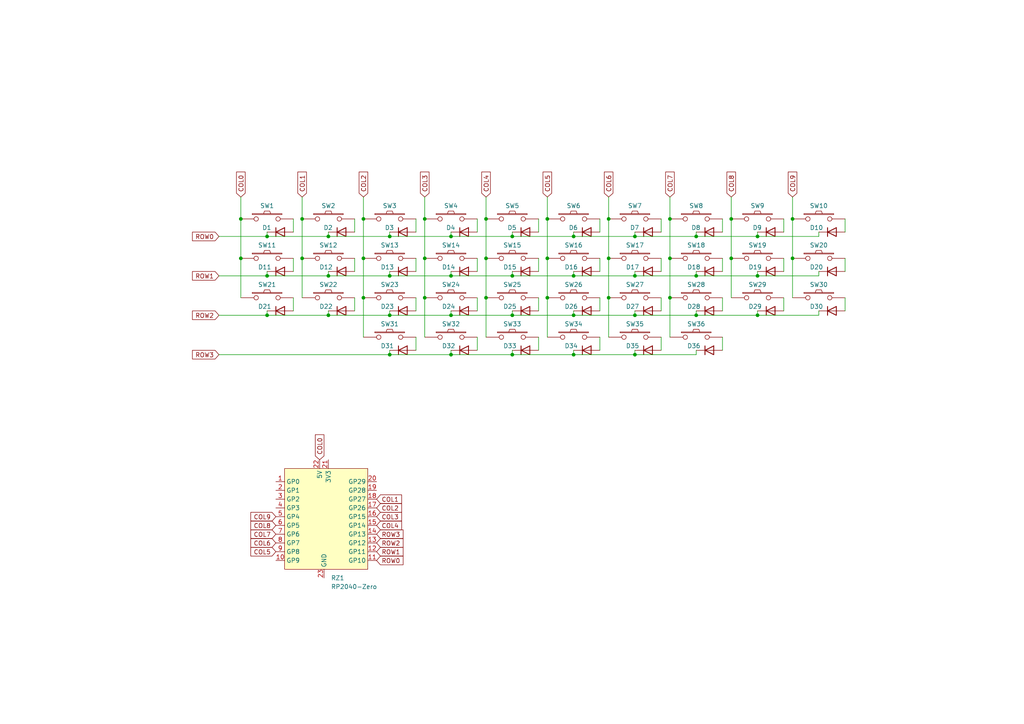
<source format=kicad_sch>
(kicad_sch (version 20211123) (generator eeschema)
  (paper "A4")
  (title_block (title "Amarilis Keyboard") (date "2023-03-17") (rev "1.0") (company "@tangzero"))
  (lib_symbols
    (symbol "Diode:1N4148" (pin_numbers hide) (pin_names hide)
      (property "Reference" "D" (at 0 2.54 0))
      (property "Value" "1N4148" (at 0 -2.54 0))
      (symbol "1N4148_0_1"
        (polyline (pts (xy -1.27 1.27) (xy -1.27 -1.27)) (stroke (width 0.254)))
        (polyline (pts (xy 1.27 0) (xy -1.27 0)))
        (polyline (pts (xy 1.27 1.27) (xy 1.27 -1.27) (xy -1.27 0) (xy 1.27 1.27)) (stroke (width 0.254)))
      )
      (symbol "1N4148_1_1"
        (pin passive line (at -3.81 0 0) (length 2.54) (name "K") (number "1"))
        (pin passive line (at 3.81 0 180) (length 2.54) (name "A") (number "2"))
      )
    )
    (symbol "kbd:SW_PUSH" (pin_numbers hide) (pin_names (offset 1.016) hide)
      (property "Reference" "SW" (at 3.81 2.794 0))
      (property "Value" "SW_PUSH" (at 0 -2.032 0))
      (symbol "SW_PUSH_0_1"
        (rectangle (start -4.318 1.27) (end 4.318 1.524))
        (polyline (pts (xy -1.016 1.524) (xy -0.762 2.286) (xy 0.762 2.286) (xy 1.016 1.524)))
        (pin passive inverted (at -7.62 0 0) (length 5.08) (name "1") (number "1"))
        (pin passive inverted (at 7.62 0 180) (length 5.08) (name "2") (number "2"))
      )
    )
    (symbol "rp2040-zero:RP2040-Zero"
      (property "Reference" "RZ" (at 0 0 0))
      (property "Value" "RP2040-Zero" (at 0 -2.54 0))
      (property "Footprint" "RP2040-Zero:RP2040-Zero" (at 0 0 0))
      (symbol "RP2040-Zero_0_1"
        (rectangle (start -11.43 -15.24) (end 12.7 13.97) (fill (type background)))
      )
      (symbol "RP2040-Zero_1_1"
        (pin bidirectional line (at -13.97 10.16 0) (length 2.54) (name "GP0") (number "1"))
        (pin bidirectional line (at -13.97 -12.7 0) (length 2.54) (name "GP9") (number "10"))
        (pin bidirectional line (at 15.24 -12.7 180) (length 2.54) (name "GP10") (number "11"))
        (pin bidirectional line (at 15.24 -10.16 180) (length 2.54) (name "GP11") (number "12"))
        (pin bidirectional line (at 15.24 -7.62 180) (length 2.54) (name "GP12") (number "13"))
        (pin bidirectional line (at 15.24 -5.08 180) (length 2.54) (name "GP13") (number "14"))
        (pin bidirectional line (at 15.24 -2.54 180) (length 2.54) (name "GP14") (number "15"))
        (pin bidirectional line (at 15.24 0 180) (length 2.54) (name "GP15") (number "16"))
        (pin bidirectional line (at 15.24 2.54 180) (length 2.54) (name "GP26") (number "17"))
        (pin bidirectional line (at 15.24 5.08 180) (length 2.54) (name "GP27") (number "18"))
        (pin bidirectional line (at 15.24 7.62 180) (length 2.54) (name "GP28") (number "19"))
        (pin bidirectional line (at -13.97 7.62 0) (length 2.54) (name "GP1") (number "2"))
        (pin bidirectional line (at 15.24 10.16 180) (length 2.54) (name "GP29") (number "20"))
        (pin power_in line (at 1.27 16.51 270) (length 2.54) (name "3V3") (number "21"))
        (pin power_in line (at -1.27 16.51 270) (length 2.54) (name "5V") (number "22"))
        (pin power_in line (at 0 -17.78 90) (length 2.54) (name "GND") (number "23"))
        (pin bidirectional line (at -13.97 5.08 0) (length 2.54) (name "GP2") (number "3"))
        (pin bidirectional line (at -13.97 2.54 0) (length 2.54) (name "GP3") (number "4"))
        (pin bidirectional line (at -13.97 0 0) (length 2.54) (name "GP4") (number "5"))
        (pin bidirectional line (at -13.97 -2.54 0) (length 2.54) (name "GP5") (number "6"))
        (pin bidirectional line (at -13.97 -5.08 0) (length 2.54) (name "GP6") (number "7"))
        (pin bidirectional line (at -13.97 -7.62 0) (length 2.54) (name "GP7") (number "8"))
        (pin bidirectional line (at -13.97 -10.16 0) (length 2.54) (name "GP8") (number "9"))
      )
    )
  )
  (junction (at 184.15 68.58))
  (junction (at 130.81 102.87))
  (junction (at 77.47 91.44))
  (junction (at 201.93 80.01))
  (junction (at 148.59 80.01))
  (junction (at 140.97 63.5))
  (junction (at 229.87 63.5))
  (junction (at 184.15 91.44))
  (junction (at 184.15 80.01))
  (junction (at 194.31 86.36))
  (junction (at 105.41 74.93))
  (junction (at 176.53 63.5))
  (junction (at 194.31 74.93))
  (junction (at 212.09 63.5))
  (junction (at 113.03 91.44))
  (junction (at 87.63 63.5))
  (junction (at 140.97 86.36))
  (junction (at 77.47 68.58))
  (junction (at 148.59 102.87))
  (junction (at 148.59 68.58))
  (junction (at 95.25 91.44))
  (junction (at 166.37 102.87))
  (junction (at 201.93 91.44))
  (junction (at 219.71 80.01))
  (junction (at 105.41 86.36))
  (junction (at 95.25 80.01))
  (junction (at 158.75 86.36))
  (junction (at 113.03 80.01))
  (junction (at 130.81 80.01))
  (junction (at 176.53 74.93))
  (junction (at 123.19 86.36))
  (junction (at 158.75 63.5))
  (junction (at 166.37 68.58))
  (junction (at 229.87 74.93))
  (junction (at 148.59 91.44))
  (junction (at 158.75 74.93))
  (junction (at 212.09 74.93))
  (junction (at 184.15 102.87))
  (junction (at 69.85 63.5))
  (junction (at 69.85 74.93))
  (junction (at 113.03 102.87))
  (junction (at 105.41 63.5))
  (junction (at 166.37 91.44))
  (junction (at 194.31 63.5))
  (junction (at 130.81 91.44))
  (junction (at 219.71 68.58))
  (junction (at 95.25 68.58))
  (junction (at 140.97 74.93))
  (junction (at 123.19 74.93))
  (junction (at 219.71 91.44))
  (junction (at 130.81 68.58))
  (junction (at 166.37 80.01))
  (junction (at 87.63 74.93))
  (junction (at 113.03 68.58))
  (junction (at 77.47 80.01))
  (junction (at 176.53 86.36))
  (junction (at 123.19 63.5))
  (junction (at 201.93 68.58))
  (wire (pts (xy 77.47 68.58) (xy 77.47 67.31)))
  (wire (pts (xy 130.81 67.31) (xy 130.81 68.58)))
  (wire (pts (xy 166.37 90.17) (xy 166.37 91.44)))
  (wire (pts (xy 105.41 74.93) (xy 105.41 86.36)))
  (wire (pts (xy 245.11 63.5) (xy 245.11 67.31)))
  (wire (pts (xy 245.11 86.36) (xy 245.11 90.17)))
  (wire (pts (xy 87.63 74.93) (xy 87.63 86.36)))
  (wire (pts (xy 194.31 63.5) (xy 194.31 74.93)))
  (wire (pts (xy 138.43 63.5) (xy 138.43 67.31)))
  (wire (pts (xy 130.81 102.87) (xy 148.59 102.87)))
  (wire (pts (xy 191.77 86.36) (xy 191.77 90.17)))
  (wire (pts (xy 191.77 63.5) (xy 191.77 67.31)))
  (wire (pts (xy 120.65 86.36) (xy 120.65 90.17)))
  (wire (pts (xy 227.33 74.93) (xy 227.33 78.74)))
  (wire (pts (xy 120.65 63.5) (xy 120.65 67.31)))
  (wire (pts (xy 148.59 78.74) (xy 148.59 80.01)))
  (wire (pts (xy 166.37 91.44) (xy 184.15 91.44)))
  (wire (pts (xy 237.49 91.44) (xy 237.49 90.17)))
  (wire (pts (xy 156.21 63.5) (xy 156.21 67.31)))
  (wire (pts (xy 212.09 74.93) (xy 212.09 86.36)))
  (wire (pts (xy 166.37 68.58) (xy 148.59 68.58)))
  (wire (pts (xy 95.25 90.17) (xy 95.25 91.44)))
  (wire (pts (xy 113.03 90.17) (xy 113.03 91.44)))
  (wire (pts (xy 77.47 91.44) (xy 95.25 91.44)))
  (wire (pts (xy 130.81 68.58) (xy 113.03 68.58)))
  (wire (pts (xy 176.53 57.15) (xy 176.53 63.5)))
  (wire (pts (xy 158.75 57.15) (xy 158.75 63.5)))
  (wire (pts (xy 219.71 80.01) (xy 201.93 80.01)))
  (wire (pts (xy 113.03 101.6) (xy 113.03 102.87)))
  (wire (pts (xy 140.97 86.36) (xy 140.97 97.79)))
  (wire (pts (xy 184.15 78.74) (xy 184.15 80.01)))
  (wire (pts (xy 120.65 74.93) (xy 120.65 78.74)))
  (wire (pts (xy 148.59 91.44) (xy 166.37 91.44)))
  (wire (pts (xy 209.55 63.5) (xy 209.55 67.31)))
  (wire (pts (xy 138.43 97.79) (xy 138.43 101.6)))
  (wire (pts (xy 194.31 57.15) (xy 194.31 63.5)))
  (wire (pts (xy 201.93 68.58) (xy 184.15 68.58)))
  (wire (pts (xy 85.09 63.5) (xy 85.09 67.31)))
  (wire (pts (xy 166.37 78.74) (xy 166.37 80.01)))
  (wire (pts (xy 156.21 74.93) (xy 156.21 78.74)))
  (wire (pts (xy 191.77 74.93) (xy 191.77 78.74)))
  (wire (pts (xy 63.5 91.44) (xy 77.47 91.44)))
  (wire (pts (xy 219.71 68.58) (xy 201.93 68.58)))
  (wire (pts (xy 245.11 74.93) (xy 245.11 78.74)))
  (wire (pts (xy 184.15 91.44) (xy 201.93 91.44)))
  (wire (pts (xy 95.25 78.74) (xy 95.25 80.01)))
  (wire (pts (xy 102.87 86.36) (xy 102.87 90.17)))
  (wire (pts (xy 77.47 80.01) (xy 63.5 80.01)))
  (wire (pts (xy 69.85 57.15) (xy 69.85 63.5)))
  (wire (pts (xy 69.85 74.93) (xy 69.85 63.5)))
  (wire (pts (xy 158.75 63.5) (xy 158.75 74.93)))
  (wire (pts (xy 212.09 57.15) (xy 212.09 63.5)))
  (wire (pts (xy 140.97 74.93) (xy 140.97 86.36)))
  (wire (pts (xy 113.03 91.44) (xy 130.81 91.44)))
  (wire (pts (xy 113.03 67.31) (xy 113.03 68.58)))
  (wire (pts (xy 140.97 63.5) (xy 140.97 74.93)))
  (wire (pts (xy 176.53 63.5) (xy 176.53 74.93)))
  (wire (pts (xy 63.5 102.87) (xy 113.03 102.87)))
  (wire (pts (xy 138.43 86.36) (xy 138.43 90.17)))
  (wire (pts (xy 102.87 63.5) (xy 102.87 67.31)))
  (wire (pts (xy 201.93 80.01) (xy 184.15 80.01)))
  (wire (pts (xy 219.71 67.31) (xy 219.71 68.58)))
  (wire (pts (xy 194.31 86.36) (xy 194.31 97.79)))
  (wire (pts (xy 113.03 68.58) (xy 95.25 68.58)))
  (wire (pts (xy 173.99 63.5) (xy 173.99 67.31)))
  (wire (pts (xy 156.21 86.36) (xy 156.21 90.17)))
  (wire (pts (xy 113.03 102.87) (xy 130.81 102.87)))
  (wire (pts (xy 212.09 63.5) (xy 212.09 74.93)))
  (wire (pts (xy 209.55 74.93) (xy 209.55 78.74)))
  (wire (pts (xy 194.31 74.93) (xy 194.31 86.36)))
  (wire (pts (xy 166.37 102.87) (xy 184.15 102.87)))
  (wire (pts (xy 85.09 74.93) (xy 85.09 78.74)))
  (wire (pts (xy 166.37 80.01) (xy 148.59 80.01)))
  (wire (pts (xy 138.43 74.93) (xy 138.43 78.74)))
  (wire (pts (xy 176.53 86.36) (xy 176.53 97.79)))
  (wire (pts (xy 176.53 74.93) (xy 176.53 86.36)))
  (wire (pts (xy 191.77 97.79) (xy 191.77 101.6)))
  (wire (pts (xy 229.87 57.15) (xy 229.87 63.5)))
  (wire (pts (xy 219.71 78.74) (xy 219.71 80.01)))
  (wire (pts (xy 237.49 78.74) (xy 237.49 80.01)))
  (wire (pts (xy 166.37 67.31) (xy 166.37 68.58)))
  (wire (pts (xy 113.03 80.01) (xy 95.25 80.01)))
  (wire (pts (xy 201.93 102.87) (xy 201.93 101.6)))
  (wire (pts (xy 77.47 68.58) (xy 95.25 68.58)))
  (wire (pts (xy 105.41 57.15) (xy 105.41 63.5)))
  (wire (pts (xy 156.21 97.79) (xy 156.21 101.6)))
  (wire (pts (xy 184.15 68.58) (xy 166.37 68.58)))
  (wire (pts (xy 166.37 101.6) (xy 166.37 102.87)))
  (wire (pts (xy 148.59 90.17) (xy 148.59 91.44)))
  (wire (pts (xy 201.93 78.74) (xy 201.93 80.01)))
  (wire (pts (xy 77.47 78.74) (xy 77.47 80.01)))
  (wire (pts (xy 148.59 67.31) (xy 148.59 68.58)))
  (wire (pts (xy 105.41 63.5) (xy 105.41 74.93)))
  (wire (pts (xy 184.15 102.87) (xy 201.93 102.87)))
  (wire (pts (xy 148.59 101.6) (xy 148.59 102.87)))
  (wire (pts (xy 227.33 63.5) (xy 227.33 67.31)))
  (wire (pts (xy 148.59 80.01) (xy 130.81 80.01)))
  (wire (pts (xy 227.33 86.36) (xy 227.33 90.17)))
  (wire (pts (xy 130.81 90.17) (xy 130.81 91.44)))
  (wire (pts (xy 219.71 90.17) (xy 219.71 91.44)))
  (wire (pts (xy 102.87 74.93) (xy 102.87 78.74)))
  (wire (pts (xy 184.15 101.6) (xy 184.15 102.87)))
  (wire (pts (xy 219.71 91.44) (xy 237.49 91.44)))
  (wire (pts (xy 237.49 80.01) (xy 219.71 80.01)))
  (wire (pts (xy 229.87 63.5) (xy 229.87 74.93)))
  (wire (pts (xy 69.85 74.93) (xy 69.85 86.36)))
  (wire (pts (xy 130.81 101.6) (xy 130.81 102.87)))
  (wire (pts (xy 148.59 68.58) (xy 130.81 68.58)))
  (wire (pts (xy 201.93 91.44) (xy 219.71 91.44)))
  (wire (pts (xy 130.81 78.74) (xy 130.81 80.01)))
  (wire (pts (xy 77.47 90.17) (xy 77.47 91.44)))
  (wire (pts (xy 123.19 86.36) (xy 123.19 97.79)))
  (wire (pts (xy 158.75 74.93) (xy 158.75 86.36)))
  (wire (pts (xy 120.65 97.79) (xy 120.65 101.6)))
  (wire (pts (xy 184.15 67.31) (xy 184.15 68.58)))
  (wire (pts (xy 123.19 57.15) (xy 123.19 63.5)))
  (wire (pts (xy 130.81 91.44) (xy 148.59 91.44)))
  (wire (pts (xy 209.55 97.79) (xy 209.55 101.6)))
  (wire (pts (xy 63.5 68.58) (xy 77.47 68.58)))
  (wire (pts (xy 173.99 74.93) (xy 173.99 78.74)))
  (wire (pts (xy 95.25 91.44) (xy 113.03 91.44)))
  (wire (pts (xy 87.63 57.15) (xy 87.63 63.5)))
  (wire (pts (xy 201.93 67.31) (xy 201.93 68.58)))
  (wire (pts (xy 140.97 57.15) (xy 140.97 63.5)))
  (wire (pts (xy 237.49 67.31) (xy 237.49 68.58)))
  (wire (pts (xy 95.25 80.01) (xy 77.47 80.01)))
  (wire (pts (xy 201.93 90.17) (xy 201.93 91.44)))
  (wire (pts (xy 87.63 63.5) (xy 87.63 74.93)))
  (wire (pts (xy 95.25 67.31) (xy 95.25 68.58)))
  (wire (pts (xy 130.81 80.01) (xy 113.03 80.01)))
  (wire (pts (xy 148.59 102.87) (xy 166.37 102.87)))
  (wire (pts (xy 237.49 68.58) (xy 219.71 68.58)))
  (wire (pts (xy 123.19 63.5) (xy 123.19 74.93)))
  (wire (pts (xy 173.99 86.36) (xy 173.99 90.17)))
  (wire (pts (xy 105.41 86.36) (xy 105.41 97.79)))
  (wire (pts (xy 85.09 86.36) (xy 85.09 90.17)))
  (wire (pts (xy 209.55 86.36) (xy 209.55 90.17)))
  (wire (pts (xy 113.03 78.74) (xy 113.03 80.01)))
  (wire (pts (xy 158.75 86.36) (xy 158.75 97.79)))
  (wire (pts (xy 184.15 80.01) (xy 166.37 80.01)))
  (wire (pts (xy 173.99 97.79) (xy 173.99 101.6)))
  (wire (pts (xy 229.87 74.93) (xy 229.87 86.36)))
  (wire (pts (xy 184.15 90.17) (xy 184.15 91.44)))
  (wire (pts (xy 123.19 74.93) (xy 123.19 86.36)))
  (global_label "COL9" (shape input) (at 80.01 149.86 180) (property "Intersheet References" "${INTERSHEET_REFS}" (effects hide)))
  (global_label "ROW3" (shape input) (at 109.22 154.94 0) (property "Intersheet References" "${INTERSHEET_REFS}" (effects hide)))
  (global_label "COL7" (shape input) (at 80.01 154.94 180) (property "Intersheet References" "${INTERSHEET_REFS}" (effects hide)))
  (global_label "ROW0" (shape input) (at 63.5 68.58 180) (property "Intersheet References" "${INTERSHEET_REFS}" (effects hide)))
  (global_label "COL3" (shape input) (at 109.22 149.86 0) (property "Intersheet References" "${INTERSHEET_REFS}" (effects hide)))
  (global_label "COL4" (shape input) (at 109.22 152.4 0) (property "Intersheet References" "${INTERSHEET_REFS}" (effects hide)))
  (global_label "ROW0" (shape input) (at 109.22 162.56 0) (property "Intersheet References" "${INTERSHEET_REFS}" (effects hide)))
  (global_label "COL8" (shape input) (at 212.09 57.15 90) (property "Intersheet References" "${INTERSHEET_REFS}" (effects hide)))
  (global_label "COL1" (shape input) (at 87.63 57.15 90) (property "Intersheet References" "${INTERSHEET_REFS}" (effects hide)))
  (global_label "COL5" (shape input) (at 80.01 160.02 180) (property "Intersheet References" "${INTERSHEET_REFS}" (effects hide)))
  (global_label "COL0" (shape input) (at 69.85 57.15 90) (property "Intersheet References" "${INTERSHEET_REFS}" (effects hide)))
  (global_label "COL7" (shape input) (at 194.31 57.15 90) (property "Intersheet References" "${INTERSHEET_REFS}" (effects hide)))
  (global_label "ROW1" (shape input) (at 109.22 160.02 0) (property "Intersheet References" "${INTERSHEET_REFS}" (effects hide)))
  (global_label "ROW2" (shape input) (at 109.22 157.48 0) (property "Intersheet References" "${INTERSHEET_REFS}" (effects hide)))
  (global_label "COL6" (shape input) (at 176.53 57.15 90) (property "Intersheet References" "${INTERSHEET_REFS}" (effects hide)))
  (global_label "ROW1" (shape input) (at 63.5 80.01 180) (property "Intersheet References" "${INTERSHEET_REFS}" (effects hide)))
  (global_label "COL4" (shape input) (at 140.97 57.15 90) (property "Intersheet References" "${INTERSHEET_REFS}" (effects hide)))
  (global_label "COL1" (shape input) (at 109.22 144.78 0) (property "Intersheet References" "${INTERSHEET_REFS}" (effects hide)))
  (global_label "COL8" (shape input) (at 80.01 152.4 180) (property "Intersheet References" "${INTERSHEET_REFS}" (effects hide)))
  (global_label "COL6" (shape input) (at 80.01 157.48 180) (property "Intersheet References" "${INTERSHEET_REFS}" (effects hide)))
  (global_label "COL5" (shape input) (at 158.75 57.15 90) (property "Intersheet References" "${INTERSHEET_REFS}" (effects hide)))
  (global_label "COL9" (shape input) (at 229.87 57.15 90) (property "Intersheet References" "${INTERSHEET_REFS}" (effects hide)))
  (global_label "COL2" (shape input) (at 105.41 57.15 90) (property "Intersheet References" "${INTERSHEET_REFS}" (effects hide)))
  (global_label "ROW2" (shape input) (at 63.5 91.44 180) (property "Intersheet References" "${INTERSHEET_REFS}" (effects hide)))
  (global_label "COL3" (shape input) (at 123.19 57.15 90) (property "Intersheet References" "${INTERSHEET_REFS}" (effects hide)))
  (global_label "ROW3" (shape input) (at 63.5 102.87 180) (property "Intersheet References" "${INTERSHEET_REFS}" (effects hide)))
  (global_label "COL0" (shape input) (at 92.71 133.35 90) (property "Intersheet References" "${INTERSHEET_REFS}" (effects hide)))
  (global_label "COL2" (shape input) (at 109.22 147.32 0) (property "Intersheet References" "${INTERSHEET_REFS}" (effects hide)))
  (symbol (lib_id "kbd:SW_PUSH") (at 184.15 86.36 0) (unit 1)
    (property "Reference" "SW27" (at 184.15 82.55 0))
    (property "Value" "SW_PUSH" (effects hide))
    (property "Footprint" "kbd:CherryMX_1u" (effects hide))
  )
  (symbol (lib_id "kbd:SW_PUSH") (at 166.37 86.36 0) (unit 1)
    (property "Reference" "SW26" (at 166.37 82.55 0))
    (property "Value" "SW_PUSH" (effects hide))
    (property "Footprint" "kbd:CherryMX_1u" (effects hide))
  )
  (symbol (lib_id "kbd:SW_PUSH") (at 77.47 86.36 0) (unit 1)
    (property "Reference" "SW21" (at 77.47 82.55 0))
    (property "Value" "SW_PUSH" (effects hide))
    (property "Footprint" "kbd:CherryMX_1u" (effects hide))
  )
  (symbol (lib_id "kbd:SW_PUSH") (at 113.03 63.5 0) (unit 1)
    (property "Reference" "SW3" (at 113.03 59.69 0))
    (property "Value" "SW_PUSH" (effects hide))
    (property "Footprint" "kbd:CherryMX_1u" (effects hide))
  )
  (symbol (lib_id "kbd:SW_PUSH") (at 130.81 74.93 0) (unit 1)
    (property "Reference" "SW14" (at 130.81 71.12 0))
    (property "Value" "SW_PUSH" (effects hide))
    (property "Footprint" "kbd:CherryMX_1u" (effects hide))
  )
  (symbol (lib_id "Diode:1N4148") (at 81.28 67.31 0) (unit 1)
    (property "Reference" "D1" (at 78.74 66.04 0) (effects (justify right)))
    (property "Value" "1N4148" (effects hide))
    (property "Footprint" "kbd:D3_TH" (effects hide))
    (property "Datasheet" "https://assets.nexperia.com/documents/data-sheet/1N4148_1N4448.pdf" (effects hide))
  )
  (symbol (lib_id "kbd:SW_PUSH") (at 130.81 97.79 0) (unit 1)
    (property "Reference" "SW32" (at 130.81 93.98 0))
    (property "Value" "SW_PUSH" (effects hide))
    (property "Footprint" "kbd:CherryMX_1u" (effects hide))
  )
  (symbol (lib_id "kbd:SW_PUSH") (at 219.71 63.5 0) (unit 1)
    (property "Reference" "SW9" (at 219.71 59.69 0))
    (property "Value" "SW_PUSH" (effects hide))
    (property "Footprint" "kbd:CherryMX_1u" (effects hide))
  )
  (symbol (lib_id "kbd:SW_PUSH") (at 113.03 74.93 0) (unit 1)
    (property "Reference" "SW13" (at 113.03 71.12 0))
    (property "Value" "SW_PUSH" (effects hide))
    (property "Footprint" "kbd:CherryMX_1u" (effects hide))
  )
  (symbol (lib_id "kbd:SW_PUSH") (at 201.93 63.5 0) (unit 1)
    (property "Reference" "SW8" (at 201.93 59.69 0))
    (property "Value" "SW_PUSH" (effects hide))
    (property "Footprint" "kbd:CherryMX_1u" (effects hide))
  )
  (symbol (lib_id "kbd:SW_PUSH") (at 166.37 74.93 0) (unit 1)
    (property "Reference" "SW16" (at 166.37 71.12 0))
    (property "Value" "SW_PUSH" (effects hide))
    (property "Footprint" "kbd:CherryMX_1u" (effects hide))
  )
  (symbol (lib_id "Diode:1N4148") (at 99.06 78.74 0) (unit 1)
    (property "Reference" "D12" (at 96.52 77.47 0) (effects (justify right)))
    (property "Value" "1N4148" (effects hide))
    (property "Footprint" "kbd:D3_TH" (effects hide))
    (property "Datasheet" "https://assets.nexperia.com/documents/data-sheet/1N4148_1N4448.pdf" (effects hide))
  )
  (symbol (lib_id "Diode:1N4148") (at 134.62 90.17 0) (unit 1)
    (property "Reference" "D24" (at 132.08 88.9 0) (effects (justify right)))
    (property "Value" "1N4148" (effects hide))
    (property "Footprint" "kbd:D3_TH" (effects hide))
    (property "Datasheet" "https://assets.nexperia.com/documents/data-sheet/1N4148_1N4448.pdf" (effects hide))
  )
  (symbol (lib_id "kbd:SW_PUSH") (at 201.93 86.36 0) (unit 1)
    (property "Reference" "SW28" (at 201.93 82.55 0))
    (property "Value" "SW_PUSH" (effects hide))
    (property "Footprint" "kbd:CherryMX_1u" (effects hide))
  )
  (symbol (lib_id "Diode:1N4148") (at 134.62 78.74 0) (unit 1)
    (property "Reference" "D14" (at 132.08 77.47 0) (effects (justify right)))
    (property "Value" "1N4148" (effects hide))
    (property "Footprint" "kbd:D3_TH" (effects hide))
    (property "Datasheet" "https://assets.nexperia.com/documents/data-sheet/1N4148_1N4448.pdf" (effects hide))
  )
  (symbol (lib_id "kbd:SW_PUSH") (at 166.37 97.79 0) (unit 1)
    (property "Reference" "SW34" (at 166.37 93.98 0))
    (property "Value" "SW_PUSH" (effects hide))
    (property "Footprint" "kbd:CherryMX_1u" (effects hide))
  )
  (symbol (lib_id "Diode:1N4148") (at 187.96 90.17 0) (unit 1)
    (property "Reference" "D27" (at 185.42 88.9 0) (effects (justify right)))
    (property "Value" "1N4148" (effects hide))
    (property "Footprint" "kbd:D3_TH" (effects hide))
    (property "Datasheet" "https://assets.nexperia.com/documents/data-sheet/1N4148_1N4448.pdf" (effects hide))
  )
  (symbol (lib_id "Diode:1N4148") (at 187.96 67.31 0) (unit 1)
    (property "Reference" "D7" (at 185.42 66.04 0) (effects (justify right)))
    (property "Value" "1N4148" (effects hide))
    (property "Footprint" "kbd:D3_TH" (effects hide))
    (property "Datasheet" "https://assets.nexperia.com/documents/data-sheet/1N4148_1N4448.pdf" (effects hide))
  )
  (symbol (lib_id "Diode:1N4148") (at 187.96 101.6 0) (unit 1)
    (property "Reference" "D35" (at 185.42 100.33 0) (effects (justify right)))
    (property "Value" "1N4148" (effects hide))
    (property "Footprint" "kbd:D3_TH" (effects hide))
    (property "Datasheet" "https://assets.nexperia.com/documents/data-sheet/1N4148_1N4448.pdf" (effects hide))
  )
  (symbol (lib_id "Diode:1N4148") (at 116.84 78.74 0) (unit 1)
    (property "Reference" "D13" (at 114.3 77.47 0) (effects (justify right)))
    (property "Value" "1N4148" (effects hide))
    (property "Footprint" "kbd:D3_TH" (effects hide))
    (property "Datasheet" "https://assets.nexperia.com/documents/data-sheet/1N4148_1N4448.pdf" (effects hide))
  )
  (symbol (lib_id "Diode:1N4148") (at 223.52 78.74 0) (unit 1)
    (property "Reference" "D19" (at 220.98 77.47 0) (effects (justify right)))
    (property "Value" "1N4148" (effects hide))
    (property "Footprint" "kbd:D3_TH" (effects hide))
    (property "Datasheet" "https://assets.nexperia.com/documents/data-sheet/1N4148_1N4448.pdf" (effects hide))
  )
  (symbol (lib_id "Diode:1N4148") (at 241.3 78.74 0) (unit 1)
    (property "Reference" "D20" (at 238.76 77.47 0) (effects (justify right)))
    (property "Value" "1N4148" (effects hide))
    (property "Footprint" "kbd:D3_TH" (effects hide))
    (property "Datasheet" "https://assets.nexperia.com/documents/data-sheet/1N4148_1N4448.pdf" (effects hide))
  )
  (symbol (lib_id "Diode:1N4148") (at 152.4 90.17 0) (unit 1)
    (property "Reference" "D25" (at 149.86 88.9 0) (effects (justify right)))
    (property "Value" "1N4148" (effects hide))
    (property "Footprint" "kbd:D3_TH" (effects hide))
    (property "Datasheet" "https://assets.nexperia.com/documents/data-sheet/1N4148_1N4448.pdf" (effects hide))
  )
  (symbol (lib_id "Diode:1N4148") (at 99.06 67.31 0) (unit 1)
    (property "Reference" "D2" (at 96.52 66.04 0) (effects (justify right)))
    (property "Value" "1N4148" (effects hide))
    (property "Footprint" "kbd:D3_TH" (effects hide))
    (property "Datasheet" "https://assets.nexperia.com/documents/data-sheet/1N4148_1N4448.pdf" (effects hide))
  )
  (symbol (lib_id "kbd:SW_PUSH") (at 201.93 97.79 0) (unit 1)
    (property "Reference" "SW36" (at 201.93 93.98 0))
    (property "Value" "SW_PUSH" (effects hide))
    (property "Footprint" "kbd:CherryMX_1u" (effects hide))
  )
  (symbol (lib_id "kbd:SW_PUSH") (at 130.81 86.36 0) (unit 1)
    (property "Reference" "SW24" (at 130.81 82.55 0))
    (property "Value" "SW_PUSH" (effects hide))
    (property "Footprint" "kbd:CherryMX_1u" (effects hide))
  )
  (symbol (lib_id "kbd:SW_PUSH") (at 148.59 74.93 0) (unit 1)
    (property "Reference" "SW15" (at 148.59 71.12 0))
    (property "Value" "SW_PUSH" (effects hide))
    (property "Footprint" "kbd:CherryMX_1u" (effects hide))
  )
  (symbol (lib_id "kbd:SW_PUSH") (at 77.47 74.93 0) (unit 1)
    (property "Reference" "SW11" (at 77.47 71.12 0))
    (property "Value" "SW_PUSH" (effects hide))
    (property "Footprint" "kbd:CherryMX_1u" (effects hide))
  )
  (symbol (lib_id "Diode:1N4148") (at 205.74 78.74 0) (unit 1)
    (property "Reference" "D18" (at 203.2 77.47 0) (effects (justify right)))
    (property "Value" "1N4148" (effects hide))
    (property "Footprint" "kbd:D3_TH" (effects hide))
    (property "Datasheet" "https://assets.nexperia.com/documents/data-sheet/1N4148_1N4448.pdf" (effects hide))
  )
  (symbol (lib_id "Diode:1N4148") (at 205.74 90.17 0) (unit 1)
    (property "Reference" "D28" (at 203.2 88.9 0) (effects (justify right)))
    (property "Value" "1N4148" (effects hide))
    (property "Footprint" "kbd:D3_TH" (effects hide))
    (property "Datasheet" "https://assets.nexperia.com/documents/data-sheet/1N4148_1N4448.pdf" (effects hide))
  )
  (symbol (lib_id "Diode:1N4148") (at 116.84 101.6 0) (unit 1)
    (property "Reference" "D31" (at 114.3 100.33 0) (effects (justify right)))
    (property "Value" "1N4148" (effects hide))
    (property "Footprint" "kbd:D3_TH" (effects hide))
    (property "Datasheet" "https://assets.nexperia.com/documents/data-sheet/1N4148_1N4448.pdf" (effects hide))
  )
  (symbol (lib_id "kbd:SW_PUSH") (at 113.03 86.36 0) (unit 1)
    (property "Reference" "SW23" (at 113.03 82.55 0))
    (property "Value" "SW_PUSH" (effects hide))
    (property "Footprint" "kbd:CherryMX_1u" (effects hide))
  )
  (symbol (lib_id "kbd:SW_PUSH") (at 77.47 63.5 0) (unit 1)
    (property "Reference" "SW1" (at 77.47 59.69 0))
    (property "Value" "SW_PUSH" (effects hide))
    (property "Footprint" "kbd:CherryMX_1u" (effects hide))
  )
  (symbol (lib_id "kbd:SW_PUSH") (at 95.25 74.93 0) (unit 1)
    (property "Reference" "SW12" (at 95.25 71.12 0))
    (property "Value" "SW_PUSH" (effects hide))
    (property "Footprint" "kbd:CherryMX_1u" (effects hide))
  )
  (symbol (lib_id "Diode:1N4148") (at 170.18 78.74 0) (unit 1)
    (property "Reference" "D16" (at 167.64 77.47 0) (effects (justify right)))
    (property "Value" "1N4148" (effects hide))
    (property "Footprint" "kbd:D3_TH" (effects hide))
    (property "Datasheet" "https://assets.nexperia.com/documents/data-sheet/1N4148_1N4448.pdf" (effects hide))
  )
  (symbol (lib_id "Diode:1N4148") (at 223.52 67.31 0) (unit 1)
    (property "Reference" "D9" (at 220.98 66.04 0) (effects (justify right)))
    (property "Value" "1N4148" (effects hide))
    (property "Footprint" "kbd:D3_TH" (effects hide))
    (property "Datasheet" "https://assets.nexperia.com/documents/data-sheet/1N4148_1N4448.pdf" (effects hide))
  )
  (symbol (lib_id "Diode:1N4148") (at 223.52 90.17 0) (unit 1)
    (property "Reference" "D29" (at 220.98 88.9 0) (effects (justify right)))
    (property "Value" "1N4148" (effects hide))
    (property "Footprint" "kbd:D3_TH" (effects hide))
    (property "Datasheet" "https://assets.nexperia.com/documents/data-sheet/1N4148_1N4448.pdf" (effects hide))
  )
  (symbol (lib_id "kbd:SW_PUSH") (at 201.93 74.93 0) (unit 1)
    (property "Reference" "SW18" (at 201.93 71.12 0))
    (property "Value" "SW_PUSH" (effects hide))
    (property "Footprint" "kbd:CherryMX_1u" (effects hide))
  )
  (symbol (lib_id "rp2040-zero:RP2040-Zero") (at 93.98 149.86 0) (unit 1)
    (property "Reference" "RZ1" (at 95.9994 167.64 0) (effects (justify left)))
    (property "Value" "RP2040-Zero" (at 95.9994 170.18 0) (effects (justify left)))
    (property "Footprint" "RP2040-Zero-Kicad:RP2040-Zero" (effects hide))
  )
  (symbol (lib_id "Diode:1N4148") (at 81.28 78.74 0) (unit 1)
    (property "Reference" "D11" (at 78.74 77.47 0) (effects (justify right)))
    (property "Value" "1N4148" (effects hide))
    (property "Footprint" "kbd:D3_TH" (effects hide))
    (property "Datasheet" "https://assets.nexperia.com/documents/data-sheet/1N4148_1N4448.pdf" (effects hide))
  )
  (symbol (lib_id "Diode:1N4148") (at 134.62 67.31 0) (unit 1)
    (property "Reference" "D4" (at 132.08 66.04 0) (effects (justify right)))
    (property "Value" "1N4148" (effects hide))
    (property "Footprint" "kbd:D3_TH" (effects hide))
    (property "Datasheet" "https://assets.nexperia.com/documents/data-sheet/1N4148_1N4448.pdf" (effects hide))
  )
  (symbol (lib_id "kbd:SW_PUSH") (at 166.37 63.5 0) (unit 1)
    (property "Reference" "SW6" (at 166.37 59.69 0))
    (property "Value" "SW_PUSH" (effects hide))
    (property "Footprint" "kbd:CherryMX_1u" (effects hide))
  )
  (symbol (lib_id "Diode:1N4148") (at 81.28 90.17 0) (unit 1)
    (property "Reference" "D21" (at 78.74 88.9 0) (effects (justify right)))
    (property "Value" "1N4148" (effects hide))
    (property "Footprint" "kbd:D3_TH" (effects hide))
    (property "Datasheet" "https://assets.nexperia.com/documents/data-sheet/1N4148_1N4448.pdf" (effects hide))
  )
  (symbol (lib_id "Diode:1N4148") (at 99.06 90.17 0) (unit 1)
    (property "Reference" "D22" (at 96.52 88.9 0) (effects (justify right)))
    (property "Value" "1N4148" (effects hide))
    (property "Footprint" "kbd:D3_TH" (effects hide))
    (property "Datasheet" "https://assets.nexperia.com/documents/data-sheet/1N4148_1N4448.pdf" (effects hide))
  )
  (symbol (lib_id "Diode:1N4148") (at 170.18 67.31 0) (unit 1)
    (property "Reference" "D6" (at 167.64 66.04 0) (effects (justify right)))
    (property "Value" "1N4148" (effects hide))
    (property "Footprint" "kbd:D3_TH" (effects hide))
    (property "Datasheet" "https://assets.nexperia.com/documents/data-sheet/1N4148_1N4448.pdf" (effects hide))
  )
  (symbol (lib_id "kbd:SW_PUSH") (at 237.49 63.5 0) (unit 1)
    (property "Reference" "SW10" (at 237.49 59.69 0))
    (property "Value" "SW_PUSH" (effects hide))
    (property "Footprint" "kbd:CherryMX_1u" (effects hide))
  )
  (symbol (lib_id "kbd:SW_PUSH") (at 148.59 97.79 0) (unit 1)
    (property "Reference" "SW33" (at 148.59 93.98 0))
    (property "Value" "SW_PUSH" (effects hide))
    (property "Footprint" "kbd:CherryMX_1u" (effects hide))
  )
  (symbol (lib_id "kbd:SW_PUSH") (at 184.15 74.93 0) (unit 1)
    (property "Reference" "SW17" (at 184.15 71.12 0))
    (property "Value" "SW_PUSH" (effects hide))
    (property "Footprint" "kbd:CherryMX_1u" (effects hide))
  )
  (symbol (lib_id "Diode:1N4148") (at 152.4 101.6 0) (unit 1)
    (property "Reference" "D33" (at 149.86 100.33 0) (effects (justify right)))
    (property "Value" "1N4148" (effects hide))
    (property "Footprint" "kbd:D3_TH" (effects hide))
    (property "Datasheet" "https://assets.nexperia.com/documents/data-sheet/1N4148_1N4448.pdf" (effects hide))
  )
  (symbol (lib_id "Diode:1N4148") (at 116.84 67.31 0) (unit 1)
    (property "Reference" "D3" (at 114.3 66.04 0) (effects (justify right)))
    (property "Value" "1N4148" (effects hide))
    (property "Footprint" "kbd:D3_TH" (effects hide))
    (property "Datasheet" "https://assets.nexperia.com/documents/data-sheet/1N4148_1N4448.pdf" (effects hide))
  )
  (symbol (lib_id "Diode:1N4148") (at 152.4 78.74 0) (unit 1)
    (property "Reference" "D15" (at 149.86 77.47 0) (effects (justify right)))
    (property "Value" "1N4148" (effects hide))
    (property "Footprint" "kbd:D3_TH" (effects hide))
    (property "Datasheet" "https://assets.nexperia.com/documents/data-sheet/1N4148_1N4448.pdf" (effects hide))
  )
  (symbol (lib_id "kbd:SW_PUSH") (at 95.25 63.5 0) (unit 1)
    (property "Reference" "SW2" (at 95.25 59.69 0))
    (property "Value" "SW_PUSH" (effects hide))
    (property "Footprint" "kbd:CherryMX_1u" (effects hide))
  )
  (symbol (lib_id "Diode:1N4148") (at 170.18 90.17 0) (unit 1)
    (property "Reference" "D26" (at 167.64 88.9 0) (effects (justify right)))
    (property "Value" "1N4148" (effects hide))
    (property "Footprint" "kbd:D3_TH" (effects hide))
    (property "Datasheet" "https://assets.nexperia.com/documents/data-sheet/1N4148_1N4448.pdf" (effects hide))
  )
  (symbol (lib_id "kbd:SW_PUSH") (at 219.71 86.36 0) (unit 1)
    (property "Reference" "SW29" (at 219.71 82.55 0))
    (property "Value" "SW_PUSH" (effects hide))
    (property "Footprint" "kbd:CherryMX_1u" (effects hide))
  )
  (symbol (lib_id "Diode:1N4148") (at 170.18 101.6 0) (unit 1)
    (property "Reference" "D34" (at 167.64 100.33 0) (effects (justify right)))
    (property "Value" "1N4148" (effects hide))
    (property "Footprint" "kbd:D3_TH" (effects hide))
    (property "Datasheet" "https://assets.nexperia.com/documents/data-sheet/1N4148_1N4448.pdf" (effects hide))
  )
  (symbol (lib_id "Diode:1N4148") (at 152.4 67.31 0) (unit 1)
    (property "Reference" "D5" (at 149.86 66.04 0) (effects (justify right)))
    (property "Value" "1N4148" (effects hide))
    (property "Footprint" "kbd:D3_TH" (effects hide))
    (property "Datasheet" "https://assets.nexperia.com/documents/data-sheet/1N4148_1N4448.pdf" (effects hide))
  )
  (symbol (lib_id "Diode:1N4148") (at 187.96 78.74 0) (unit 1)
    (property "Reference" "D17" (at 185.42 77.47 0) (effects (justify right)))
    (property "Value" "1N4148" (effects hide))
    (property "Footprint" "kbd:D3_TH" (effects hide))
    (property "Datasheet" "https://assets.nexperia.com/documents/data-sheet/1N4148_1N4448.pdf" (effects hide))
  )
  (symbol (lib_id "Diode:1N4148") (at 205.74 67.31 0) (unit 1)
    (property "Reference" "D8" (at 203.2 66.04 0) (effects (justify right)))
    (property "Value" "1N4148" (effects hide))
    (property "Footprint" "kbd:D3_TH" (effects hide))
    (property "Datasheet" "https://assets.nexperia.com/documents/data-sheet/1N4148_1N4448.pdf" (effects hide))
  )
  (symbol (lib_id "kbd:SW_PUSH") (at 237.49 74.93 0) (unit 1)
    (property "Reference" "SW20" (at 237.49 71.12 0))
    (property "Value" "SW_PUSH" (effects hide))
    (property "Footprint" "kbd:CherryMX_1u" (effects hide))
  )
  (symbol (lib_id "Diode:1N4148") (at 134.62 101.6 0) (unit 1)
    (property "Reference" "D32" (at 132.08 100.33 0) (effects (justify right)))
    (property "Value" "1N4148" (effects hide))
    (property "Footprint" "kbd:D3_TH" (effects hide))
    (property "Datasheet" "https://assets.nexperia.com/documents/data-sheet/1N4148_1N4448.pdf" (effects hide))
  )
  (symbol (lib_id "kbd:SW_PUSH") (at 148.59 86.36 0) (unit 1)
    (property "Reference" "SW25" (at 148.59 82.55 0))
    (property "Value" "SW_PUSH" (effects hide))
    (property "Footprint" "kbd:CherryMX_1u" (effects hide))
  )
  (symbol (lib_id "kbd:SW_PUSH") (at 113.03 97.79 0) (unit 1)
    (property "Reference" "SW31" (at 113.03 93.98 0))
    (property "Value" "SW_PUSH" (effects hide))
    (property "Footprint" "kbd:CherryMX_1u" (effects hide))
  )
  (symbol (lib_id "kbd:SW_PUSH") (at 219.71 74.93 0) (unit 1)
    (property "Reference" "SW19" (at 219.71 71.12 0))
    (property "Value" "SW_PUSH" (effects hide))
    (property "Footprint" "kbd:CherryMX_1u" (effects hide))
  )
  (symbol (lib_id "kbd:SW_PUSH") (at 237.49 86.36 0) (unit 1)
    (property "Reference" "SW30" (at 237.49 82.55 0))
    (property "Value" "SW_PUSH" (effects hide))
    (property "Footprint" "kbd:CherryMX_1u" (effects hide))
  )
  (symbol (lib_id "Diode:1N4148") (at 241.3 90.17 0) (unit 1)
    (property "Reference" "D30" (at 238.76 88.9 0) (effects (justify right)))
    (property "Value" "1N4148" (effects hide))
    (property "Footprint" "kbd:D3_TH" (effects hide))
    (property "Datasheet" "https://assets.nexperia.com/documents/data-sheet/1N4148_1N4448.pdf" (effects hide))
  )
  (symbol (lib_id "Diode:1N4148") (at 241.3 67.31 0) (unit 1)
    (property "Reference" "D10" (at 238.76 66.04 0) (effects (justify right)))
    (property "Value" "1N4148" (effects hide))
    (property "Footprint" "kbd:D3_TH" (effects hide))
    (property "Datasheet" "https://assets.nexperia.com/documents/data-sheet/1N4148_1N4448.pdf" (effects hide))
  )
  (symbol (lib_id "Diode:1N4148") (at 205.74 101.6 0) (unit 1)
    (property "Reference" "D36" (at 203.2 100.33 0) (effects (justify right)))
    (property "Value" "1N4148" (effects hide))
    (property "Footprint" "kbd:D3_TH" (effects hide))
    (property "Datasheet" "https://assets.nexperia.com/documents/data-sheet/1N4148_1N4448.pdf" (effects hide))
  )
  (symbol (lib_id "kbd:SW_PUSH") (at 130.81 63.5 0) (unit 1)
    (property "Reference" "SW4" (at 130.81 59.69 0))
    (property "Value" "SW_PUSH" (effects hide))
    (property "Footprint" "kbd:CherryMX_1u" (effects hide))
  )
  (symbol (lib_id "kbd:SW_PUSH") (at 95.25 86.36 0) (unit 1)
    (property "Reference" "SW22" (at 95.25 82.55 0))
    (property "Value" "SW_PUSH" (effects hide))
    (property "Footprint" "kbd:CherryMX_1u" (effects hide))
  )
  (symbol (lib_id "kbd:SW_PUSH") (at 184.15 63.5 0) (unit 1)
    (property "Reference" "SW7" (at 184.15 59.69 0))
    (property "Value" "SW_PUSH" (effects hide))
    (property "Footprint" "kbd:CherryMX_1u" (effects hide))
  )
  (symbol (lib_id "Diode:1N4148") (at 116.84 90.17 0) (unit 1)
    (property "Reference" "D23" (at 114.3 88.9 0) (effects (justify right)))
    (property "Value" "1N4148" (effects hide))
    (property "Footprint" "kbd:D3_TH" (effects hide))
    (property "Datasheet" "https://assets.nexperia.com/documents/data-sheet/1N4148_1N4448.pdf" (effects hide))
  )
  (symbol (lib_id "kbd:SW_PUSH") (at 184.15 97.79 0) (unit 1)
    (property "Reference" "SW35" (at 184.15 93.98 0))
    (property "Value" "SW_PUSH" (effects hide))
    (property "Footprint" "kbd:CherryMX_1u" (effects hide))
  )
  (symbol (lib_id "kbd:SW_PUSH") (at 148.59 63.5 0) (unit 1)
    (property "Reference" "SW5" (at 148.59 59.69 0))
    (property "Value" "SW_PUSH" (effects hide))
    (property "Footprint" "kbd:CherryMX_1u" (effects hide))
  )
)
</source>
